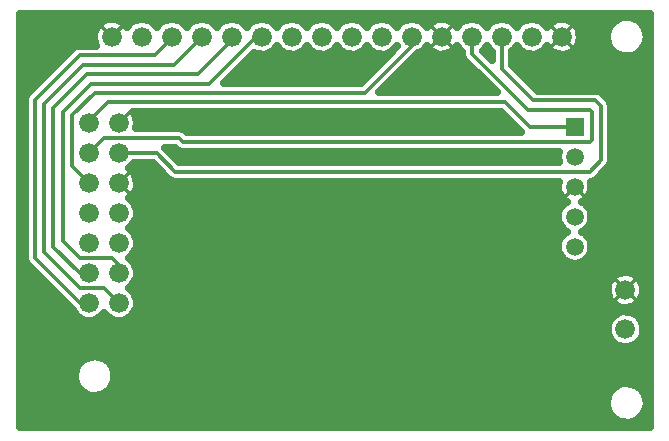
<source format=gbr>
G04 DipTrace 2.4.0.2*
%INlcd_modul_bot.gbr*%
%MOIN*%
%ADD13C,0.013*%
%ADD14C,0.025*%
%ADD16R,0.0591X0.0591*%
%ADD17C,0.0591*%
%ADD18C,0.066*%
%FSLAX44Y44*%
G04*
G70*
G90*
G75*
G01*
%LNBottom*%
%LPD*%
X6690Y14504D2*
D13*
Y14566D1*
X7315Y15191D1*
X20567D1*
X21380Y14378D1*
X22881D1*
X7690Y13504D2*
X8941D1*
X9566Y12878D1*
X23380D1*
X23755Y13253D1*
Y15066D1*
X23567Y15254D1*
X21504D1*
X20448Y16310D1*
Y17378D1*
X6690Y13504D2*
X7190Y14004D1*
X9691D1*
X9816Y13879D1*
X23380D1*
X23442Y13941D1*
Y14879D1*
X23380Y14941D1*
X21317D1*
X19448Y16810D1*
Y17378D1*
X6690Y12504D2*
X6128Y13066D1*
Y14754D1*
X6878Y15504D1*
X15879D1*
X17448Y17073D1*
Y17378D1*
X7690Y9504D2*
Y9753D1*
X7440Y10003D1*
X6378D1*
X5815Y10566D1*
Y14879D1*
X6753Y15816D1*
X10691D1*
X12253Y17378D1*
X12448D1*
X11448D2*
Y17261D1*
X10316Y16129D1*
X6628D1*
X5503Y15004D1*
Y10378D1*
X6377Y9504D1*
X6690D1*
X7690Y8504D2*
X7190Y9003D1*
X6378D1*
X5190Y10191D1*
Y15129D1*
X6503Y16441D1*
X9511D1*
X10448Y17378D1*
X9448D2*
Y17324D1*
X8878Y16754D1*
X6378D1*
X4878Y15254D1*
Y10003D1*
X6377Y8504D1*
X6690D1*
X4403Y17880D2*
D14*
X7104D1*
X7791D2*
X8104D1*
X8791D2*
X9104D1*
X9791D2*
X10104D1*
X10791D2*
X11104D1*
X11791D2*
X12104D1*
X12791D2*
X13104D1*
X13791D2*
X14104D1*
X14791D2*
X15104D1*
X15791D2*
X16104D1*
X16791D2*
X17104D1*
X17791D2*
X18104D1*
X18791D2*
X19104D1*
X19791D2*
X20104D1*
X20791D2*
X21104D1*
X21791D2*
X22104D1*
X22791D2*
X24163D1*
X25065D2*
X25351D1*
X4403Y17632D2*
X6886D1*
X23010D2*
X23979D1*
X25248D2*
X25350D1*
X4403Y17383D2*
X6827D1*
X23069D2*
X23929D1*
X4403Y17134D2*
X6882D1*
X23014D2*
X23976D1*
X25252D2*
X25350D1*
X4403Y16886D2*
X6019D1*
X12807D2*
X13089D1*
X13807D2*
X14089D1*
X14807D2*
X15089D1*
X15807D2*
X16089D1*
X17807D2*
X18089D1*
X18807D2*
X19089D1*
X19865D2*
X20089D1*
X20807D2*
X21089D1*
X21807D2*
X22089D1*
X22807D2*
X24151D1*
X25076D2*
X25351D1*
X4403Y16637D2*
X5769D1*
X12002D2*
X16519D1*
X17502D2*
X19144D1*
X20803D2*
X25351D1*
X4403Y16388D2*
X5522D1*
X11756D2*
X16272D1*
X17256D2*
X19378D1*
X20862D2*
X25351D1*
X4403Y16140D2*
X5272D1*
X11506D2*
X16022D1*
X17006D2*
X19628D1*
X21112D2*
X25351D1*
X4403Y15891D2*
X5022D1*
X11256D2*
X15772D1*
X16756D2*
X19874D1*
X21358D2*
X25351D1*
X4403Y15642D2*
X4776D1*
X16510D2*
X20124D1*
X21608D2*
X25351D1*
X4403Y15393D2*
X4554D1*
X23920D2*
X25351D1*
X4403Y15145D2*
X4522D1*
X24100D2*
X25351D1*
X4403Y14896D2*
X4522D1*
X24108D2*
X25351D1*
X4403Y14647D2*
X4522D1*
X8291D2*
X20620D1*
X24108D2*
X25351D1*
X4403Y14399D2*
X4522D1*
X8299D2*
X20866D1*
X24108D2*
X25351D1*
X4403Y14150D2*
X4522D1*
X24108D2*
X25351D1*
X4403Y13901D2*
X4522D1*
X24108D2*
X25351D1*
X4403Y13653D2*
X4522D1*
X9283D2*
X9550D1*
X24108D2*
X25351D1*
X4403Y13404D2*
X4522D1*
X9533D2*
X22292D1*
X24108D2*
X25351D1*
X4403Y13155D2*
X4522D1*
X8197D2*
X8796D1*
X24096D2*
X25351D1*
X4403Y12907D2*
X4522D1*
X8154D2*
X9046D1*
X23901D2*
X25351D1*
X4403Y12658D2*
X4522D1*
X8291D2*
X9296D1*
X23651D2*
X25351D1*
X4403Y12409D2*
X4522D1*
X8303D2*
X22292D1*
X23459D2*
X25351D1*
X4403Y12160D2*
X4522D1*
X8201D2*
X22335D1*
X23416D2*
X25351D1*
X4403Y11912D2*
X4522D1*
X8147D2*
X22542D1*
X23213D2*
X25351D1*
X4403Y11663D2*
X4522D1*
X8287D2*
X22370D1*
X23385D2*
X25351D1*
X4403Y11414D2*
X4522D1*
X8303D2*
X22292D1*
X23459D2*
X25351D1*
X4403Y11166D2*
X4522D1*
X8205D2*
X22331D1*
X23420D2*
X25351D1*
X4403Y10917D2*
X4522D1*
X8143D2*
X22534D1*
X23221D2*
X25351D1*
X4403Y10668D2*
X4522D1*
X8287D2*
X22374D1*
X23381D2*
X25351D1*
X4403Y10420D2*
X4522D1*
X8303D2*
X22292D1*
X23459D2*
X25351D1*
X4403Y10171D2*
X4522D1*
X8209D2*
X22331D1*
X23420D2*
X25351D1*
X4403Y9922D2*
X4534D1*
X8139D2*
X22526D1*
X23229D2*
X25351D1*
X4403Y9674D2*
X4714D1*
X8287D2*
X25351D1*
X4403Y9425D2*
X4964D1*
X8307D2*
X24198D1*
X24936D2*
X25351D1*
X4403Y9176D2*
X5214D1*
X8213D2*
X23995D1*
X25139D2*
X25351D1*
X4403Y8928D2*
X5460D1*
X8131D2*
X23948D1*
X25186D2*
X25349D1*
X4403Y8679D2*
X5710D1*
X8283D2*
X24007D1*
X25127D2*
X25351D1*
X4403Y8430D2*
X5960D1*
X8307D2*
X24237D1*
X24897D2*
X25351D1*
X4403Y8181D2*
X6167D1*
X8217D2*
X24323D1*
X24811D2*
X25351D1*
X4403Y7933D2*
X6499D1*
X6881D2*
X7499D1*
X7881D2*
X24030D1*
X25104D2*
X25351D1*
X4403Y7684D2*
X23948D1*
X25186D2*
X25349D1*
X4403Y7435D2*
X23979D1*
X25154D2*
X25349D1*
X4403Y7187D2*
X24144D1*
X24990D2*
X25351D1*
X4403Y6938D2*
X25351D1*
X4403Y6689D2*
X6644D1*
X7112D2*
X25351D1*
X4403Y6441D2*
X6312D1*
X7444D2*
X25351D1*
X4403Y6192D2*
X6206D1*
X7549D2*
X25351D1*
X4403Y5943D2*
X6206D1*
X7549D2*
X25351D1*
X4403Y5695D2*
X6308D1*
X7447D2*
X24187D1*
X25041D2*
X25351D1*
X4403Y5446D2*
X6628D1*
X7127D2*
X23987D1*
X25237D2*
X25350D1*
X4403Y5197D2*
X23929D1*
X4403Y4949D2*
X23968D1*
X25256D2*
X25350D1*
X4403Y4700D2*
X24132D1*
X25096D2*
X25351D1*
X4403Y4451D2*
X25351D1*
X22344Y13211D2*
X22316Y13368D1*
X22328Y13492D1*
X22346Y13548D1*
X9816Y13549D1*
X9694Y13572D1*
X9582Y13645D1*
X9554Y13674D1*
X9234D1*
X9701Y13209D1*
X22343Y13208D1*
X23436Y12353D2*
X23417Y12230D1*
X23370Y12114D1*
X23300Y12011D1*
X23208Y11927D1*
X23129Y11878D1*
X23212Y11827D1*
X23303Y11741D1*
X23373Y11638D1*
X23418Y11522D1*
X23437Y11378D1*
X23423Y11254D1*
X23382Y11136D1*
X23316Y11030D1*
X23228Y10942D1*
X23126Y10877D1*
X23212Y10827D1*
X23303Y10741D1*
X23373Y10638D1*
X23418Y10522D1*
X23437Y10378D1*
X23423Y10254D1*
X23382Y10136D1*
X23316Y10030D1*
X23228Y9942D1*
X23123Y9875D1*
X23005Y9833D1*
X22881Y9818D1*
X22757Y9831D1*
X22639Y9870D1*
X22533Y9936D1*
X22443Y10023D1*
X22375Y10127D1*
X22332Y10244D1*
X22316Y10368D1*
X22328Y10492D1*
X22367Y10611D1*
X22431Y10718D1*
X22517Y10808D1*
X22625Y10878D1*
X22533Y10936D1*
X22443Y11023D1*
X22375Y11127D1*
X22332Y11244D1*
X22316Y11368D1*
X22328Y11492D1*
X22367Y11611D1*
X22431Y11718D1*
X22517Y11808D1*
X22625Y11878D1*
X22533Y11936D1*
X22443Y12023D1*
X22375Y12127D1*
X22332Y12244D1*
X22316Y12368D1*
X22328Y12492D1*
X22343Y12549D1*
X9566Y12548D1*
X9444Y12572D1*
X9332Y12645D1*
X8805Y13173D1*
X8187Y13174D1*
X8087Y13060D1*
X8008Y13003D1*
X8077Y12956D1*
X8163Y12865D1*
X8228Y12759D1*
X8269Y12641D1*
X8285Y12517D1*
X8277Y12404D1*
X8243Y12284D1*
X8185Y12173D1*
X8106Y12077D1*
X8012Y12003D1*
X8096Y11939D1*
X8178Y11845D1*
X8238Y11736D1*
X8275Y11616D1*
X8285Y11504D1*
X8272Y11380D1*
X8234Y11261D1*
X8171Y11153D1*
X8087Y11060D1*
X8008Y11003D1*
X8096Y10939D1*
X8178Y10845D1*
X8238Y10736D1*
X8275Y10616D1*
X8285Y10504D1*
X8272Y10380D1*
X8234Y10261D1*
X8171Y10153D1*
X8087Y10060D1*
X8008Y10003D1*
X8096Y9939D1*
X8178Y9845D1*
X8238Y9736D1*
X8275Y9616D1*
X8285Y9504D1*
X8272Y9380D1*
X8234Y9261D1*
X8171Y9153D1*
X8087Y9060D1*
X8008Y9003D1*
X8096Y8939D1*
X8178Y8845D1*
X8238Y8736D1*
X8275Y8616D1*
X8285Y8504D1*
X8272Y8380D1*
X8234Y8261D1*
X8171Y8153D1*
X8087Y8060D1*
X7986Y7987D1*
X7872Y7937D1*
X7750Y7912D1*
X7625D1*
X7503Y7939D1*
X7389Y7990D1*
X7289Y8064D1*
X7193Y8181D1*
X7087Y8060D1*
X6986Y7987D1*
X6872Y7937D1*
X6750Y7912D1*
X6625D1*
X6503Y7939D1*
X6389Y7990D1*
X6289Y8064D1*
X6206Y8158D1*
X6144Y8270D1*
X4644Y9770D1*
X4575Y9873D1*
X4548Y10003D1*
Y15254D1*
X4571Y15376D1*
X4644Y15487D1*
X6144Y16987D1*
X6247Y17057D1*
X6378Y17084D1*
X6929D1*
X6877Y17211D1*
X6855Y17334D1*
X6859Y17459D1*
X6888Y17580D1*
X6943Y17692D1*
X7019Y17791D1*
X7115Y17871D1*
X7225Y17930D1*
X7345Y17964D1*
X7469Y17973D1*
X7593Y17955D1*
X7710Y17912D1*
X7816Y17846D1*
X7905Y17759D1*
X7948Y17701D1*
X8055Y17825D1*
X8157Y17897D1*
X8272Y17946D1*
X8394Y17971D1*
X8519Y17969D1*
X8641Y17941D1*
X8754Y17888D1*
X8854Y17814D1*
X8949Y17695D1*
X8971Y17733D1*
X9055Y17825D1*
X9157Y17897D1*
X9272Y17946D1*
X9394Y17971D1*
X9519Y17969D1*
X9641Y17941D1*
X9754Y17888D1*
X9854Y17814D1*
X9949Y17695D1*
X9971Y17733D1*
X10055Y17825D1*
X10157Y17897D1*
X10272Y17946D1*
X10394Y17971D1*
X10519Y17969D1*
X10641Y17941D1*
X10754Y17888D1*
X10854Y17814D1*
X10949Y17695D1*
X10971Y17733D1*
X11055Y17825D1*
X11157Y17897D1*
X11272Y17946D1*
X11394Y17971D1*
X11519Y17969D1*
X11641Y17941D1*
X11754Y17888D1*
X11854Y17814D1*
X11949Y17695D1*
X11971Y17733D1*
X12055Y17825D1*
X12157Y17897D1*
X12272Y17946D1*
X12394Y17971D1*
X12519Y17969D1*
X12641Y17941D1*
X12754Y17888D1*
X12854Y17814D1*
X12949Y17695D1*
X12971Y17733D1*
X13055Y17825D1*
X13157Y17897D1*
X13272Y17946D1*
X13394Y17971D1*
X13519Y17969D1*
X13641Y17941D1*
X13754Y17888D1*
X13854Y17814D1*
X13949Y17695D1*
X13971Y17733D1*
X14055Y17825D1*
X14157Y17897D1*
X14272Y17946D1*
X14394Y17971D1*
X14519Y17969D1*
X14641Y17941D1*
X14754Y17888D1*
X14854Y17814D1*
X14949Y17695D1*
X14971Y17733D1*
X15055Y17825D1*
X15157Y17897D1*
X15272Y17946D1*
X15394Y17971D1*
X15519Y17969D1*
X15641Y17941D1*
X15754Y17888D1*
X15854Y17814D1*
X15949Y17695D1*
X15971Y17733D1*
X16055Y17825D1*
X16157Y17897D1*
X16272Y17946D1*
X16394Y17971D1*
X16519Y17969D1*
X16641Y17941D1*
X16754Y17888D1*
X16854Y17814D1*
X16949Y17695D1*
X16971Y17733D1*
X17055Y17825D1*
X17157Y17897D1*
X17272Y17946D1*
X17394Y17971D1*
X17519Y17969D1*
X17641Y17941D1*
X17754Y17888D1*
X17854Y17814D1*
X17949Y17695D1*
X17986Y17753D1*
X18075Y17841D1*
X18179Y17909D1*
X18296Y17953D1*
X18419Y17972D1*
X18544Y17965D1*
X18664Y17932D1*
X18775Y17875D1*
X18872Y17796D1*
X18948Y17701D1*
X19055Y17825D1*
X19157Y17897D1*
X19272Y17946D1*
X19394Y17971D1*
X19519Y17969D1*
X19641Y17941D1*
X19754Y17888D1*
X19854Y17814D1*
X19949Y17695D1*
X19971Y17733D1*
X20055Y17825D1*
X20157Y17897D1*
X20272Y17946D1*
X20394Y17971D1*
X20519Y17969D1*
X20641Y17941D1*
X20754Y17888D1*
X20854Y17814D1*
X20949Y17695D1*
X20971Y17733D1*
X21055Y17825D1*
X21157Y17897D1*
X21272Y17946D1*
X21394Y17971D1*
X21519Y17969D1*
X21641Y17941D1*
X21754Y17888D1*
X21854Y17814D1*
X21949Y17695D1*
X21986Y17753D1*
X22075Y17841D1*
X22179Y17909D1*
X22296Y17953D1*
X22419Y17972D1*
X22544Y17965D1*
X22664Y17932D1*
X22775Y17875D1*
X22872Y17796D1*
X22949Y17699D1*
X23005Y17587D1*
X23037Y17466D1*
X23043Y17353D1*
X23024Y17230D1*
X22981Y17113D1*
X22914Y17008D1*
X22826Y16919D1*
X22722Y16850D1*
X22606Y16804D1*
X22483Y16784D1*
X22358Y16790D1*
X22237Y16822D1*
X22126Y16878D1*
X22029Y16956D1*
X21948Y17056D1*
X21845Y16935D1*
X21744Y16862D1*
X21630Y16811D1*
X21508Y16786D1*
X21383Y16787D1*
X21261Y16813D1*
X21147Y16865D1*
X21047Y16939D1*
X20951Y17056D1*
X20845Y16935D1*
X20779Y16887D1*
X20778Y16444D1*
X21640Y15585D1*
X23567Y15584D1*
X23689Y15560D1*
X23800Y15487D1*
X23988Y15299D1*
X24058Y15197D1*
X24085Y15066D1*
Y13253D1*
X24061Y13131D1*
X23988Y13020D1*
X23613Y12645D1*
X23506Y12575D1*
X23413Y12550D1*
X23432Y12448D1*
X23436Y12353D1*
X25260Y5049D2*
X25225Y4929D1*
X25168Y4818D1*
X25091Y4720D1*
X24997Y4638D1*
X24889Y4575D1*
X24772Y4534D1*
X24648Y4516D1*
X24523Y4521D1*
X24402Y4550D1*
X24288Y4601D1*
X24186Y4672D1*
X24099Y4762D1*
X24031Y4866D1*
X23983Y4982D1*
X23958Y5104D1*
X23957Y5229D1*
X23979Y5352D1*
X24024Y5468D1*
X24091Y5574D1*
X24176Y5665D1*
X24276Y5739D1*
X24389Y5793D1*
X24510Y5824D1*
X24634Y5832D1*
X24758Y5816D1*
X24877Y5777D1*
X24986Y5717D1*
X25082Y5637D1*
X25161Y5540D1*
X25220Y5430D1*
X25258Y5311D1*
X25272Y5173D1*
X25260Y5049D1*
X7525Y5941D2*
X7490Y5821D1*
X7433Y5710D1*
X7356Y5612D1*
X7262Y5530D1*
X7154Y5467D1*
X7036Y5426D1*
X6912Y5407D1*
X6788Y5413D1*
X6666Y5441D1*
X6552Y5492D1*
X6450Y5564D1*
X6363Y5654D1*
X6295Y5758D1*
X6248Y5874D1*
X6223Y5996D1*
X6221Y6121D1*
X6244Y6244D1*
X6289Y6360D1*
X6355Y6466D1*
X6440Y6557D1*
X6541Y6631D1*
X6653Y6685D1*
X6774Y6716D1*
X6899Y6724D1*
X7023Y6708D1*
X7141Y6669D1*
X7250Y6608D1*
X7346Y6528D1*
X7425Y6432D1*
X7484Y6322D1*
X7522Y6203D1*
X7537Y6065D1*
X7525Y5941D1*
X25260Y17254D2*
X25225Y17134D1*
X25168Y17023D1*
X25091Y16925D1*
X24997Y16843D1*
X24889Y16780D1*
X24772Y16739D1*
X24648Y16720D1*
X24523Y16726D1*
X24402Y16754D1*
X24288Y16805D1*
X24186Y16877D1*
X24099Y16967D1*
X24031Y17071D1*
X23983Y17187D1*
X23958Y17309D1*
X23957Y17434D1*
X23979Y17556D1*
X24024Y17673D1*
X24091Y17779D1*
X24176Y17870D1*
X24276Y17944D1*
X24389Y17997D1*
X24510Y18029D1*
X24634Y18036D1*
X24758Y18021D1*
X24877Y17982D1*
X24986Y17921D1*
X25082Y17841D1*
X25161Y17745D1*
X25220Y17635D1*
X25258Y17516D1*
X25272Y17378D1*
X25260Y17254D1*
X20119Y16886D2*
X20047Y16939D1*
X19951Y17056D1*
X19845Y16935D1*
X19810Y16910D1*
X20121Y16604D1*
X20118Y16884D1*
X19119Y16886D2*
X19047Y16939D1*
X18951Y17056D1*
X18863Y16952D1*
X18765Y16875D1*
X18653Y16820D1*
X18532Y16789D1*
X18408Y16784D1*
X18285Y16806D1*
X18169Y16853D1*
X18066Y16922D1*
X17979Y17012D1*
X17948Y17056D1*
X17845Y16935D1*
X17744Y16862D1*
X17669Y16829D1*
X16364Y15522D1*
X20272Y15521D1*
X19215Y16577D1*
X19145Y16679D1*
X19118Y16810D1*
Y16884D1*
X16946Y17058D2*
X16863Y16955D1*
X16744Y16862D1*
X16630Y16811D1*
X16508Y16786D1*
X16383Y16787D1*
X16261Y16813D1*
X16147Y16865D1*
X16047Y16939D1*
X15951Y17056D1*
X15845Y16935D1*
X15744Y16862D1*
X15630Y16811D1*
X15508Y16786D1*
X15383Y16787D1*
X15261Y16813D1*
X15147Y16865D1*
X15047Y16939D1*
X14951Y17056D1*
X14845Y16935D1*
X14744Y16862D1*
X14630Y16811D1*
X14508Y16786D1*
X14383Y16787D1*
X14261Y16813D1*
X14147Y16865D1*
X14047Y16939D1*
X13951Y17056D1*
X13845Y16935D1*
X13744Y16862D1*
X13630Y16811D1*
X13508Y16786D1*
X13383Y16787D1*
X13261Y16813D1*
X13147Y16865D1*
X13047Y16939D1*
X12951Y17056D1*
X12845Y16935D1*
X12744Y16862D1*
X12630Y16811D1*
X12508Y16786D1*
X12383Y16787D1*
X12261Y16813D1*
X12186Y16847D1*
X11174Y15833D1*
X15741Y15834D1*
X16794Y16886D1*
X25149Y7504D2*
X25110Y7385D1*
X25048Y7277D1*
X24964Y7185D1*
X24863Y7112D1*
X24749Y7061D1*
X24627Y7036D1*
X24502D1*
X24380Y7063D1*
X24266Y7115D1*
X24166Y7189D1*
X24083Y7282D1*
X24022Y7390D1*
X23984Y7509D1*
X23972Y7634D1*
X23986Y7758D1*
X24026Y7876D1*
X24090Y7983D1*
X24174Y8075D1*
X24276Y8147D1*
X24391Y8196D1*
X24513Y8220D1*
X24638Y8219D1*
X24760Y8191D1*
X24873Y8138D1*
X24973Y8063D1*
X25055Y7969D1*
X25115Y7860D1*
X25151Y7741D1*
X25162Y7628D1*
X25149Y7504D1*
X8285Y14479D2*
X8266Y14355D1*
X8260Y14333D1*
X9691Y14334D1*
X9813Y14310D1*
X9924Y14237D1*
X9953Y14208D1*
X21085Y14209D1*
X20431Y14860D1*
X8164Y14861D1*
X8217Y14781D1*
X8263Y14665D1*
X8284Y14542D1*
X8285Y14479D1*
X25162Y8916D2*
X25143Y8792D1*
X25100Y8675D1*
X25033Y8570D1*
X24945Y8481D1*
X24841Y8412D1*
X24725Y8367D1*
X24602Y8347D1*
X24477Y8352D1*
X24356Y8384D1*
X24245Y8440D1*
X24148Y8518D1*
X24069Y8615D1*
X24012Y8726D1*
X23980Y8847D1*
X23973Y8971D1*
X23992Y9095D1*
X24037Y9211D1*
X24105Y9316D1*
X24194Y9404D1*
X24298Y9471D1*
X24415Y9516D1*
X24538Y9535D1*
X24663Y9528D1*
X24783Y9495D1*
X24894Y9438D1*
X24991Y9359D1*
X25068Y9261D1*
X25124Y9149D1*
X25156Y9029D1*
X25162Y8916D1*
X4378Y18004D2*
Y4378D1*
X25376D1*
Y18128D1*
X4378Y18129D1*
Y18004D1*
X22876Y12378D2*
D13*
X23272Y11982D1*
X22876Y12378D2*
X22480Y11982D1*
X22028Y17798D2*
X22869Y16958D1*
Y17798D2*
X22028Y16958D1*
X18028Y17798D2*
X18869Y16958D1*
Y17798D2*
X18028Y16958D1*
X7028Y17798D2*
X7448Y17378D1*
X7869Y17798D2*
X7448Y17378D1*
X8111Y14924D2*
X7690Y14504D1*
Y12504D2*
X8111Y12083D1*
Y12924D2*
X7690Y12504D1*
X24147Y9361D2*
X24988Y8520D1*
Y9361D2*
X24147Y8520D1*
D16*
X22881Y14378D3*
D17*
Y13378D3*
Y12378D3*
Y11378D3*
Y10378D3*
D18*
X22448Y17378D3*
X21448D3*
X20448D3*
X19448D3*
X18448D3*
X17448D3*
X16448D3*
X15448D3*
X14448D3*
X13448D3*
X12448D3*
X11448D3*
X10448D3*
X9448D3*
X8448D3*
X7448D3*
X7690Y14504D3*
X6690D3*
X7690Y13504D3*
X6690D3*
X7690Y12504D3*
X6690D3*
X7690Y11504D3*
X6690D3*
X7690Y10504D3*
X6690D3*
X7690Y9504D3*
X6690D3*
X7690Y8504D3*
X6690D3*
X24567Y7628D3*
Y8941D3*
M02*

</source>
